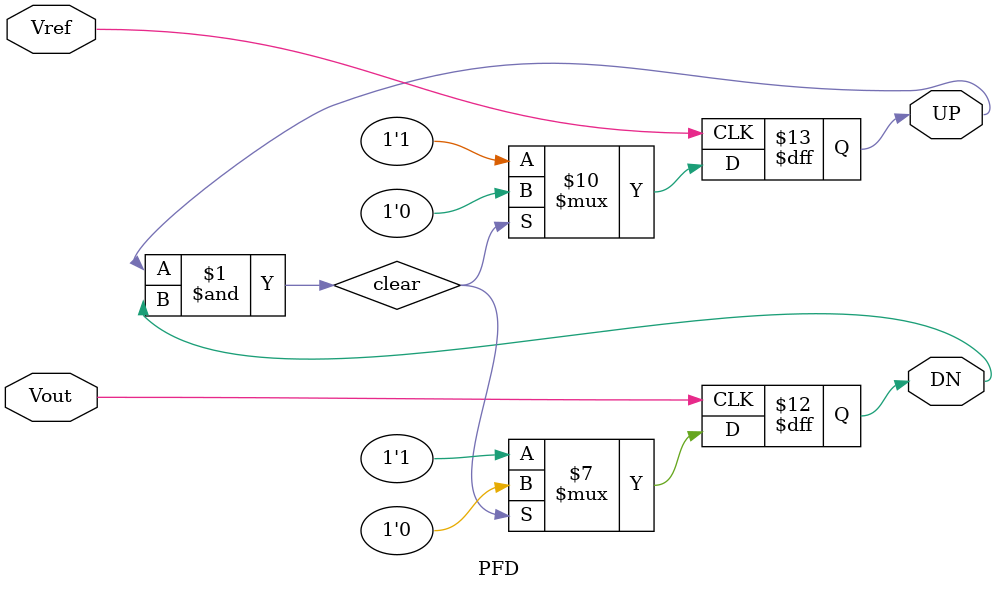
<source format=v>
module PFD(
    input Vref,
    input Vout,
    output reg UP,
    output reg DN
);
wire clear;

assign clear = UP & DN;
always@(negedge Vref)begin
    if(clear==1)begin
        UP<=1'b0;
    end
    else begin
        UP<=1'b1;
    end
end

always@(negedge Vout)begin
    if(clear==1)begin
        DN<=1'b0;
    end
    else begin
        DN<=1'b1;
    end
end
endmodule

</source>
